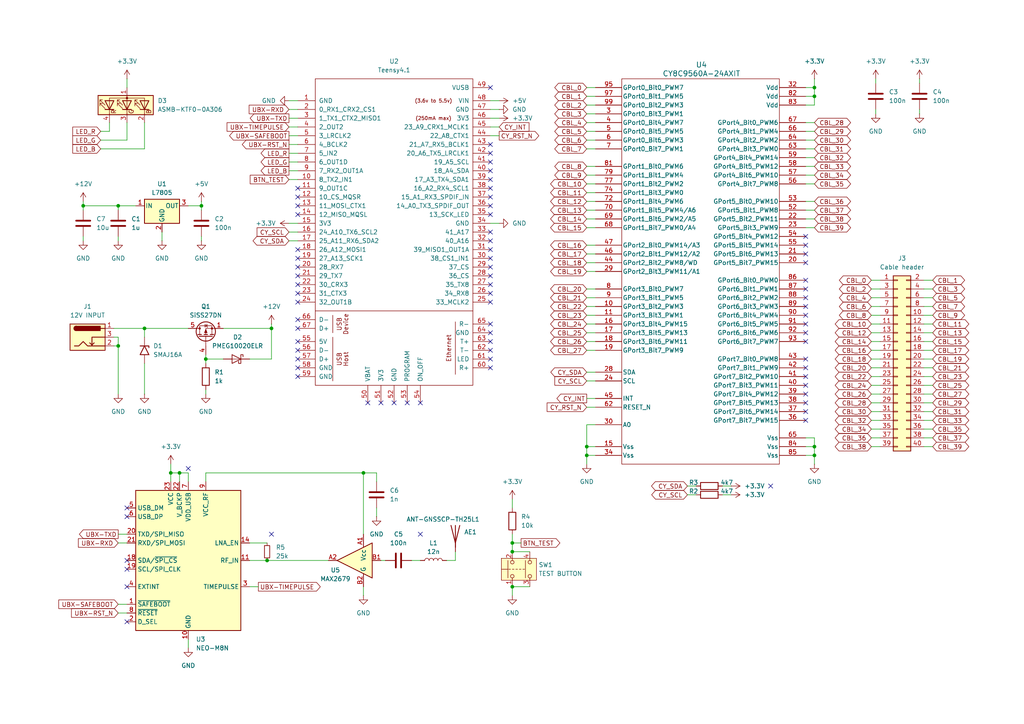
<source format=kicad_sch>
(kicad_sch (version 20231120) (generator "eeschema") (generator_version "8.0")
  (paper "A4")
  (title_block (title "Hardware Hiring Challenge") (date "2024-05-23") (rev "A") (company "comma.ai"))
  (junction (at 41.91 95.25))
  (junction (at 236.22 132.08))
  (junction (at 52.07 137.16))
  (junction (at 24.13 59.69))
  (junction (at 77.47 162.56))
  (junction (at 58.42 59.69))
  (junction (at 148.59 157.48))
  (junction (at 34.29 59.69))
  (junction (at 148.59 160.02))
  (junction (at 170.18 132.08))
  (junction (at 105.41 137.16))
  (junction (at 236.22 129.54))
  (junction (at 34.29 100.33))
  (junction (at 78.74 95.25))
  (junction (at 236.22 25.4))
  (junction (at 59.69 104.14))
  (junction (at 236.22 27.94))
  (junction (at 170.18 129.54))
  (junction (at 49.53 137.16))
  (junction (at 148.59 170.18))
  (no_connect (at 86.36 57.15))
  (no_connect (at 121.92 154.94))
  (no_connect (at 142.24 104.14))
  (no_connect (at 121.92 116.84))
  (no_connect (at 142.24 41.91))
  (no_connect (at 142.24 96.52))
  (no_connect (at 36.83 162.56))
  (no_connect (at 106.68 116.84))
  (no_connect (at 78.74 154.94))
  (no_connect (at 223.52 140.97))
  (no_connect (at 86.36 99.06))
  (no_connect (at 233.68 71.12))
  (no_connect (at 233.68 73.66))
  (no_connect (at 86.36 85.09))
  (no_connect (at 36.83 149.86))
  (no_connect (at 233.68 114.3))
  (no_connect (at 114.3 116.84))
  (no_connect (at 54.61 135.89))
  (no_connect (at 86.36 106.68))
  (no_connect (at 142.24 67.31))
  (no_connect (at 142.24 49.53))
  (no_connect (at 86.36 82.55))
  (no_connect (at 142.24 62.23))
  (no_connect (at 233.68 119.38))
  (no_connect (at 86.36 80.01))
  (no_connect (at 86.36 59.69))
  (no_connect (at 233.68 121.92))
  (no_connect (at 142.24 87.63))
  (no_connect (at 110.49 116.84))
  (no_connect (at 233.68 91.44))
  (no_connect (at 36.83 180.34))
  (no_connect (at 233.68 86.36))
  (no_connect (at 233.68 104.14))
  (no_connect (at 233.68 93.98))
  (no_connect (at 233.68 96.52))
  (no_connect (at 86.36 92.71))
  (no_connect (at 233.68 111.76))
  (no_connect (at 86.36 87.63))
  (no_connect (at 36.83 165.1))
  (no_connect (at 86.36 104.14))
  (no_connect (at 142.24 82.55))
  (no_connect (at 36.83 147.32))
  (no_connect (at 142.24 54.61))
  (no_connect (at 142.24 69.85))
  (no_connect (at 233.68 68.58))
  (no_connect (at 142.24 85.09))
  (no_connect (at 86.36 54.61))
  (no_connect (at 142.24 59.69))
  (no_connect (at 36.83 170.18))
  (no_connect (at 233.68 81.28))
  (no_connect (at 86.36 72.39))
  (no_connect (at 233.68 76.2))
  (no_connect (at 142.24 46.99))
  (no_connect (at 233.68 106.68))
  (no_connect (at 142.24 25.4))
  (no_connect (at 233.68 88.9))
  (no_connect (at 86.36 74.93))
  (no_connect (at 86.36 101.6))
  (no_connect (at 142.24 101.6))
  (no_connect (at 142.24 74.93))
  (no_connect (at 233.68 99.06))
  (no_connect (at 142.24 72.39))
  (no_connect (at 86.36 109.22))
  (no_connect (at 142.24 80.01))
  (no_connect (at 142.24 99.06))
  (no_connect (at 233.68 109.22))
  (no_connect (at 86.36 95.25))
  (no_connect (at 233.68 83.82))
  (no_connect (at 86.36 62.23))
  (no_connect (at 142.24 52.07))
  (no_connect (at 142.24 77.47))
  (no_connect (at 142.24 93.98))
  (no_connect (at 86.36 77.47))
  (no_connect (at 142.24 57.15))
  (no_connect (at 118.11 116.84))
  (no_connect (at 142.24 44.45))
  (no_connect (at 142.24 106.68))
  (no_connect (at 233.68 116.84))
  (wire (pts (xy 236.22 35.56) (xy 233.68 35.56)))
  (wire (pts (xy 105.41 154.94) (xy 105.41 137.16)))
  (wire (pts (xy 233.68 25.4) (xy 236.22 25.4)))
  (wire (pts (xy 24.13 59.69) (xy 24.13 60.96)))
  (wire (pts (xy 83.82 41.91) (xy 86.36 41.91)))
  (wire (pts (xy 236.22 58.42) (xy 233.68 58.42)))
  (wire (pts (xy 33.02 95.25) (xy 41.91 95.25)))
  (wire (pts (xy 59.69 104.14) (xy 64.77 104.14)))
  (wire (pts (xy 24.13 59.69) (xy 34.29 59.69)))
  (wire (pts (xy 109.22 147.32) (xy 109.22 149.86)))
  (wire (pts (xy 270.51 119.38) (xy 267.97 119.38)))
  (wire (pts (xy 252.73 88.9) (xy 255.27 88.9)))
  (wire (pts (xy 49.53 134.62) (xy 49.53 137.16)))
  (wire (pts (xy 170.18 53.34) (xy 172.72 53.34)))
  (wire (pts (xy 34.29 68.58) (xy 34.29 69.85)))
  (wire (pts (xy 170.18 60.96) (xy 172.72 60.96)))
  (wire (pts (xy 34.29 177.8) (xy 36.83 177.8)))
  (wire (pts (xy 270.51 81.28) (xy 267.97 81.28)))
  (wire (pts (xy 170.18 91.44) (xy 172.72 91.44)))
  (wire (pts (xy 170.18 93.98) (xy 172.72 93.98)))
  (wire (pts (xy 110.49 162.56) (xy 111.76 162.56)))
  (wire (pts (xy 41.91 95.25) (xy 54.61 95.25)))
  (wire (pts (xy 172.72 123.19) (xy 170.18 123.19)))
  (wire (pts (xy 170.18 48.26) (xy 172.72 48.26)))
  (wire (pts (xy 170.18 58.42) (xy 172.72 58.42)))
  (wire (pts (xy 59.69 102.87) (xy 59.69 104.14)))
  (wire (pts (xy 170.18 30.48) (xy 172.72 30.48)))
  (wire (pts (xy 170.18 123.19) (xy 170.18 129.54)))
  (wire (pts (xy 236.22 43.18) (xy 233.68 43.18)))
  (wire (pts (xy 170.18 96.52) (xy 172.72 96.52)))
  (wire (pts (xy 233.68 129.54) (xy 236.22 129.54)))
  (wire (pts (xy 148.59 170.18) (xy 148.59 172.72)))
  (wire (pts (xy 270.51 88.9) (xy 267.97 88.9)))
  (wire (pts (xy 34.29 175.26) (xy 36.83 175.26)))
  (wire (pts (xy 142.24 34.29) (xy 144.78 34.29)))
  (wire (pts (xy 233.68 30.48) (xy 236.22 30.48)))
  (wire (pts (xy 72.39 170.18) (xy 74.93 170.18)))
  (wire (pts (xy 252.73 127) (xy 255.27 127)))
  (wire (pts (xy 170.18 78.74) (xy 172.72 78.74)))
  (wire (pts (xy 252.73 106.68) (xy 255.27 106.68)))
  (wire (pts (xy 33.02 100.33) (xy 34.29 100.33)))
  (wire (pts (xy 236.22 66.04) (xy 233.68 66.04)))
  (wire (pts (xy 199.39 140.97) (xy 201.93 140.97)))
  (wire (pts (xy 36.83 40.64) (xy 36.83 35.56)))
  (wire (pts (xy 54.61 185.42) (xy 54.61 187.96)))
  (wire (pts (xy 170.18 35.56) (xy 172.72 35.56)))
  (wire (pts (xy 49.53 139.7) (xy 49.53 137.16)))
  (wire (pts (xy 170.18 118.11) (xy 172.72 118.11)))
  (wire (pts (xy 59.69 137.16) (xy 105.41 137.16)))
  (wire (pts (xy 170.18 99.06) (xy 172.72 99.06)))
  (wire (pts (xy 236.22 129.54) (xy 236.22 132.08)))
  (wire (pts (xy 64.77 95.25) (xy 78.74 95.25)))
  (wire (pts (xy 83.82 67.31) (xy 86.36 67.31)))
  (wire (pts (xy 83.82 52.07) (xy 86.36 52.07)))
  (wire (pts (xy 270.51 127) (xy 267.97 127)))
  (wire (pts (xy 170.18 33.02) (xy 172.72 33.02)))
  (wire (pts (xy 270.51 106.68) (xy 267.97 106.68)))
  (wire (pts (xy 52.07 137.16) (xy 54.61 137.16)))
  (wire (pts (xy 29.21 43.18) (xy 41.91 43.18)))
  (wire (pts (xy 36.83 22.86) (xy 36.83 25.4)))
  (wire (pts (xy 58.42 59.69) (xy 58.42 60.96)))
  (wire (pts (xy 270.51 86.36) (xy 267.97 86.36)))
  (wire (pts (xy 252.73 124.46) (xy 255.27 124.46)))
  (wire (pts (xy 270.51 116.84) (xy 267.97 116.84)))
  (wire (pts (xy 148.59 157.48) (xy 151.13 157.48)))
  (wire (pts (xy 252.73 111.76) (xy 255.27 111.76)))
  (wire (pts (xy 72.39 157.48) (xy 77.47 157.48)))
  (wire (pts (xy 170.18 25.4) (xy 172.72 25.4)))
  (wire (pts (xy 270.51 96.52) (xy 267.97 96.52)))
  (wire (pts (xy 24.13 58.42) (xy 24.13 59.69)))
  (wire (pts (xy 59.69 104.14) (xy 59.69 105.41)))
  (wire (pts (xy 34.29 59.69) (xy 34.29 60.96)))
  (wire (pts (xy 170.18 66.04) (xy 172.72 66.04)))
  (wire (pts (xy 34.29 157.48) (xy 36.83 157.48)))
  (wire (pts (xy 236.22 132.08) (xy 236.22 134.62)))
  (wire (pts (xy 236.22 38.1) (xy 233.68 38.1)))
  (wire (pts (xy 142.24 39.37) (xy 144.78 39.37)))
  (wire (pts (xy 83.82 29.21) (xy 86.36 29.21)))
  (wire (pts (xy 170.18 83.82) (xy 172.72 83.82)))
  (wire (pts (xy 236.22 127) (xy 236.22 129.54)))
  (wire (pts (xy 252.73 104.14) (xy 255.27 104.14)))
  (wire (pts (xy 266.7 31.75) (xy 266.7 33.02)))
  (wire (pts (xy 252.73 86.36) (xy 255.27 86.36)))
  (wire (pts (xy 34.29 100.33) (xy 34.29 114.3)))
  (wire (pts (xy 41.91 105.41) (xy 41.91 114.3)))
  (wire (pts (xy 83.82 49.53) (xy 86.36 49.53)))
  (wire (pts (xy 170.18 132.08) (xy 172.72 132.08)))
  (wire (pts (xy 170.18 43.18) (xy 172.72 43.18)))
  (wire (pts (xy 59.69 137.16) (xy 59.69 139.7)))
  (wire (pts (xy 170.18 27.94) (xy 172.72 27.94)))
  (wire (pts (xy 78.74 104.14) (xy 72.39 104.14)))
  (wire (pts (xy 170.18 38.1) (xy 172.72 38.1)))
  (wire (pts (xy 236.22 48.26) (xy 233.68 48.26)))
  (wire (pts (xy 142.24 64.77) (xy 144.78 64.77)))
  (wire (pts (xy 170.18 55.88) (xy 172.72 55.88)))
  (wire (pts (xy 252.73 99.06) (xy 255.27 99.06)))
  (wire (pts (xy 252.73 96.52) (xy 255.27 96.52)))
  (wire (pts (xy 119.38 162.56) (xy 121.92 162.56)))
  (wire (pts (xy 252.73 116.84) (xy 255.27 116.84)))
  (wire (pts (xy 270.51 129.54) (xy 267.97 129.54)))
  (wire (pts (xy 132.08 160.02) (xy 132.08 162.56)))
  (wire (pts (xy 236.22 60.96) (xy 233.68 60.96)))
  (wire (pts (xy 24.13 68.58) (xy 24.13 69.85)))
  (wire (pts (xy 83.82 34.29) (xy 86.36 34.29)))
  (wire (pts (xy 54.61 137.16) (xy 54.61 139.7)))
  (wire (pts (xy 109.22 137.16) (xy 105.41 137.16)))
  (wire (pts (xy 236.22 30.48) (xy 236.22 27.94)))
  (wire (pts (xy 270.51 93.98) (xy 267.97 93.98)))
  (wire (pts (xy 78.74 93.98) (xy 78.74 95.25)))
  (wire (pts (xy 170.18 40.64) (xy 172.72 40.64)))
  (wire (pts (xy 170.18 76.2) (xy 172.72 76.2)))
  (wire (pts (xy 46.99 67.31) (xy 46.99 69.85)))
  (wire (pts (xy 170.18 101.6) (xy 172.72 101.6)))
  (wire (pts (xy 236.22 63.5) (xy 233.68 63.5)))
  (wire (pts (xy 77.47 162.56) (xy 95.25 162.56)))
  (wire (pts (xy 252.73 121.92) (xy 255.27 121.92)))
  (wire (pts (xy 54.61 59.69) (xy 58.42 59.69)))
  (wire (pts (xy 170.18 129.54) (xy 170.18 132.08)))
  (wire (pts (xy 252.73 129.54) (xy 255.27 129.54)))
  (wire (pts (xy 52.07 137.16) (xy 52.07 139.7)))
  (wire (pts (xy 236.22 45.72) (xy 233.68 45.72)))
  (wire (pts (xy 170.18 71.12) (xy 172.72 71.12)))
  (wire (pts (xy 33.02 97.79) (xy 34.29 97.79)))
  (wire (pts (xy 29.21 40.64) (xy 36.83 40.64)))
  (wire (pts (xy 148.59 160.02) (xy 153.67 160.02)))
  (wire (pts (xy 31.75 35.56) (xy 31.75 38.1)))
  (wire (pts (xy 252.73 83.82) (xy 255.27 83.82)))
  (wire (pts (xy 34.29 97.79) (xy 34.29 100.33)))
  (wire (pts (xy 83.82 31.75) (xy 86.36 31.75)))
  (wire (pts (xy 252.73 101.6) (xy 255.27 101.6)))
  (wire (pts (xy 236.22 27.94) (xy 236.22 25.4)))
  (wire (pts (xy 142.24 29.21) (xy 144.78 29.21)))
  (wire (pts (xy 29.21 38.1) (xy 31.75 38.1)))
  (wire (pts (xy 233.68 27.94) (xy 236.22 27.94)))
  (wire (pts (xy 170.18 50.8) (xy 172.72 50.8)))
  (wire (pts (xy 270.51 124.46) (xy 267.97 124.46)))
  (wire (pts (xy 252.73 93.98) (xy 255.27 93.98)))
  (wire (pts (xy 270.51 99.06) (xy 267.97 99.06)))
  (wire (pts (xy 233.68 127) (xy 236.22 127)))
  (wire (pts (xy 236.22 50.8) (xy 233.68 50.8)))
  (wire (pts (xy 270.51 121.92) (xy 267.97 121.92)))
  (wire (pts (xy 270.51 104.14) (xy 267.97 104.14)))
  (wire (pts (xy 254 22.86) (xy 254 24.13)))
  (wire (pts (xy 266.7 22.86) (xy 266.7 24.13)))
  (wire (pts (xy 170.18 110.49) (xy 172.72 110.49)))
  (wire (pts (xy 212.09 140.97) (xy 209.55 140.97)))
  (wire (pts (xy 41.91 43.18) (xy 41.91 35.56)))
  (wire (pts (xy 142.24 36.83) (xy 144.78 36.83)))
  (wire (pts (xy 252.73 81.28) (xy 255.27 81.28)))
  (wire (pts (xy 148.59 154.94) (xy 148.59 157.48)))
  (wire (pts (xy 34.29 154.94) (xy 36.83 154.94)))
  (wire (pts (xy 252.73 109.22) (xy 255.27 109.22)))
  (wire (pts (xy 199.39 143.51) (xy 201.93 143.51)))
  (wire (pts (xy 270.51 101.6) (xy 267.97 101.6)))
  (wire (pts (xy 34.29 59.69) (xy 39.37 59.69)))
  (wire (pts (xy 83.82 39.37) (xy 86.36 39.37)))
  (wire (pts (xy 83.82 64.77) (xy 86.36 64.77)))
  (wire (pts (xy 109.22 137.16) (xy 109.22 139.7)))
  (wire (pts (xy 233.68 132.08) (xy 236.22 132.08)))
  (wire (pts (xy 270.51 83.82) (xy 267.97 83.82)))
  (wire (pts (xy 170.18 107.95) (xy 172.72 107.95)))
  (wire (pts (xy 236.22 40.64) (xy 233.68 40.64)))
  (wire (pts (xy 252.73 91.44) (xy 255.27 91.44)))
  (wire (pts (xy 59.69 113.03) (xy 59.69 114.3)))
  (wire (pts (xy 209.55 143.51) (xy 212.09 143.51)))
  (wire (pts (xy 236.22 53.34) (xy 233.68 53.34)))
  (wire (pts (xy 83.82 44.45) (xy 86.36 44.45)))
  (wire (pts (xy 148.59 170.18) (xy 153.67 170.18)))
  (wire (pts (xy 83.82 69.85) (xy 86.36 69.85)))
  (wire (pts (xy 270.51 109.22) (xy 267.97 109.22)))
  (wire (pts (xy 78.74 95.25) (xy 78.74 104.14)))
  (wire (pts (xy 83.82 36.83) (xy 86.36 36.83)))
  (wire (pts (xy 148.59 144.78) (xy 148.59 147.32)))
  (wire (pts (xy 72.39 162.56) (xy 77.47 162.56)))
  (wire (pts (xy 170.18 132.08) (xy 170.18 134.62)))
  (wire (pts (xy 58.42 58.42) (xy 58.42 59.69)))
  (wire (pts (xy 254 31.75) (xy 254 33.02)))
  (wire (pts (xy 172.72 129.54) (xy 170.18 129.54)))
  (wire (pts (xy 142.24 31.75) (xy 144.78 31.75)))
  (wire (pts (xy 252.73 119.38) (xy 255.27 119.38)))
  (wire (pts (xy 170.18 86.36) (xy 172.72 86.36)))
  (wire (pts (xy 270.51 91.44) (xy 267.97 91.44)))
  (wire (pts (xy 83.82 46.99) (xy 86.36 46.99)))
  (wire (pts (xy 170.18 115.57) (xy 172.72 115.57)))
  (wire (pts (xy 270.51 111.76) (xy 267.97 111.76)))
  (wire (pts (xy 49.53 137.16) (xy 52.07 137.16)))
  (wire (pts (xy 105.41 170.18) (xy 105.41 172.72)))
  (wire (pts (xy 170.18 73.66) (xy 172.72 73.66)))
  (wire (pts (xy 170.18 88.9) (xy 172.72 88.9)))
  (wire (pts (xy 170.18 63.5) (xy 172.72 63.5)))
  (wire (pts (xy 236.22 25.4) (xy 236.22 22.86)))
  (wire (pts (xy 270.51 114.3) (xy 267.97 114.3)))
  (wire (pts (xy 148.59 157.48) (xy 148.59 160.02)))
  (wire (pts (xy 252.73 114.3) (xy 255.27 114.3)))
  (wire (pts (xy 132.08 162.56) (xy 129.54 162.56)))
  (wire (pts (xy 58.42 68.58) (xy 58.42 69.85)))
  (wire (pts (xy 41.91 97.79) (xy 41.91 95.25)))
  (global_label "CBL_20" (shape bidirectional) (at 252.73 106.68 180) (property "Intersheetrefs" "${INTERSHEET_REFS}" (effects (hide yes))))
  (global_label "CBL_30" (shape bidirectional) (at 236.22 40.64 0) (property "Intersheetrefs" "${INTERSHEET_REFS}" (effects (hide yes))))
  (global_label "CBL_16" (shape bidirectional) (at 170.18 71.12 180) (property "Intersheetrefs" "${INTERSHEET_REFS}" (effects (hide yes))))
  (global_label "CBL_13" (shape bidirectional) (at 270.51 96.52 0) (property "Intersheetrefs" "${INTERSHEET_REFS}" (effects (hide yes))))
  (global_label "CBL_9" (shape bidirectional) (at 270.51 91.44 0) (property "Intersheetrefs" "${INTERSHEET_REFS}" (effects (hide yes))))
  (global_label "CBL_10" (shape bidirectional) (at 252.73 93.98 180) (property "Intersheetrefs" "${INTERSHEET_REFS}" (effects (hide yes))))
  (global_label "CBL_4" (shape bidirectional) (at 170.18 35.56 180) (property "Intersheetrefs" "${INTERSHEET_REFS}" (effects (hide yes))))
  (global_label "LED_R" (shape output) (at 83.82 44.45 180) (property "Intersheetrefs" "${INTERSHEET_REFS}" (effects (hide yes))))
  (global_label "CY_SCL" (shape input) (at 83.82 67.31 180) (property "Intersheetrefs" "${INTERSHEET_REFS}" (effects (hide yes))))
  (global_label "CBL_36" (shape bidirectional) (at 236.22 58.42 0) (property "Intersheetrefs" "${INTERSHEET_REFS}" (effects (hide yes))))
  (global_label "LED_B" (shape output) (at 83.82 49.53 180) (property "Intersheetrefs" "${INTERSHEET_REFS}" (effects (hide yes))))
  (global_label "CBL_36" (shape bidirectional) (at 252.73 127 180) (property "Intersheetrefs" "${INTERSHEET_REFS}" (effects (hide yes))))
  (global_label "UBX-SAFEBOOT" (shape output) (at 83.82 39.37 180) (property "Intersheetrefs" "${INTERSHEET_REFS}" (effects (hide yes))))
  (global_label "CBL_30" (shape bidirectional) (at 252.73 119.38 180) (property "Intersheetrefs" "${INTERSHEET_REFS}" (effects (hide yes))))
  (global_label "CBL_29" (shape bidirectional) (at 236.22 38.1 0) (property "Intersheetrefs" "${INTERSHEET_REFS}" (effects (hide yes))))
  (global_label "CBL_6" (shape bidirectional) (at 252.73 88.9 180) (property "Intersheetrefs" "${INTERSHEET_REFS}" (effects (hide yes))))
  (global_label "CBL_23" (shape bidirectional) (at 270.51 109.22 0) (property "Intersheetrefs" "${INTERSHEET_REFS}" (effects (hide yes))))
  (global_label "CBL_10" (shape bidirectional) (at 170.18 53.34 180) (property "Intersheetrefs" "${INTERSHEET_REFS}" (effects (hide yes))))
  (global_label "CBL_26" (shape bidirectional) (at 170.18 99.06 180) (property "Intersheetrefs" "${INTERSHEET_REFS}" (effects (hide yes))))
  (global_label "UBX-RXD" (shape input) (at 34.29 157.48 180) (property "Intersheetrefs" "${INTERSHEET_REFS}" (effects (hide yes))))
  (global_label "LED_B" (shape input) (at 29.21 43.18 180) (property "Intersheetrefs" "${INTERSHEET_REFS}" (effects (hide yes))))
  (global_label "CBL_17" (shape bidirectional) (at 170.18 73.66 180) (property "Intersheetrefs" "${INTERSHEET_REFS}" (effects (hide yes))))
  (global_label "CBL_2" (shape bidirectional) (at 252.73 83.82 180) (property "Intersheetrefs" "${INTERSHEET_REFS}" (effects (hide yes))))
  (global_label "CBL_14" (shape bidirectional) (at 170.18 63.5 180) (property "Intersheetrefs" "${INTERSHEET_REFS}" (effects (hide yes))))
  (global_label "CBL_39" (shape bidirectional) (at 270.51 129.54 0) (property "Intersheetrefs" "${INTERSHEET_REFS}" (effects (hide yes))))
  (global_label "CBL_8" (shape bidirectional) (at 252.73 91.44 180) (property "Intersheetrefs" "${INTERSHEET_REFS}" (effects (hide yes))))
  (global_label "CBL_4" (shape bidirectional) (at 252.73 86.36 180) (property "Intersheetrefs" "${INTERSHEET_REFS}" (effects (hide yes))))
  (global_label "CBL_21" (shape bidirectional) (at 270.51 106.68 0) (property "Intersheetrefs" "${INTERSHEET_REFS}" (effects (hide yes))))
  (global_label "LED_G" (shape output) (at 83.82 46.99 180) (property "Intersheetrefs" "${INTERSHEET_REFS}" (effects (hide yes))))
  (global_label "CBL_16" (shape bidirectional) (at 252.73 101.6 180) (property "Intersheetrefs" "${INTERSHEET_REFS}" (effects (hide yes))))
  (global_label "CBL_7" (shape bidirectional) (at 170.18 43.18 180) (property "Intersheetrefs" "${INTERSHEET_REFS}" (effects (hide yes))))
  (global_label "UBX-TIMEPULSE" (shape input) (at 83.82 36.83 180) (property "Intersheetrefs" "${INTERSHEET_REFS}" (effects (hide yes))))
  (global_label "CBL_3" (shape bidirectional) (at 270.51 83.82 0) (property "Intersheetrefs" "${INTERSHEET_REFS}" (effects (hide yes))))
  (global_label "CBL_31" (shape bidirectional) (at 270.51 119.38 0) (property "Intersheetrefs" "${INTERSHEET_REFS}" (effects (hide yes))))
  (global_label "CBL_31" (shape bidirectional) (at 236.22 43.18 0) (property "Intersheetrefs" "${INTERSHEET_REFS}" (effects (hide yes))))
  (global_label "CBL_18" (shape bidirectional) (at 252.73 104.14 180) (property "Intersheetrefs" "${INTERSHEET_REFS}" (effects (hide yes))))
  (global_label "CBL_24" (shape bidirectional) (at 252.73 111.76 180) (property "Intersheetrefs" "${INTERSHEET_REFS}" (effects (hide yes))))
  (global_label "UBX-TXD" (shape output) (at 83.82 34.29 180) (property "Intersheetrefs" "${INTERSHEET_REFS}" (effects (hide yes))))
  (global_label "CBL_7" (shape bidirectional) (at 270.51 88.9 0) (property "Intersheetrefs" "${INTERSHEET_REFS}" (effects (hide yes))))
  (global_label "CBL_37" (shape bidirectional) (at 270.51 127 0) (property "Intersheetrefs" "${INTERSHEET_REFS}" (effects (hide yes))))
  (global_label "CBL_12" (shape bidirectional) (at 170.18 58.42 180) (property "Intersheetrefs" "${INTERSHEET_REFS}" (effects (hide yes))))
  (global_label "CBL_18" (shape bidirectional) (at 170.18 76.2 180) (property "Intersheetrefs" "${INTERSHEET_REFS}" (effects (hide yes))))
  (global_label "CBL_33" (shape bidirectional) (at 270.51 121.92 0) (property "Intersheetrefs" "${INTERSHEET_REFS}" (effects (hide yes))))
  (global_label "CBL_25" (shape bidirectional) (at 170.18 96.52 180) (property "Intersheetrefs" "${INTERSHEET_REFS}" (effects (hide yes))))
  (global_label "CY_INT" (shape output) (at 170.18 115.57 180) (property "Intersheetrefs" "${INTERSHEET_REFS}" (effects (hide yes))))
  (global_label "CBL_9" (shape bidirectional) (at 170.18 50.8 180) (property "Intersheetrefs" "${INTERSHEET_REFS}" (effects (hide yes))))
  (global_label "CBL_38" (shape bidirectional) (at 252.73 129.54 180) (property "Intersheetrefs" "${INTERSHEET_REFS}" (effects (hide yes))))
  (global_label "CBL_27" (shape bidirectional) (at 170.18 101.6 180) (property "Intersheetrefs" "${INTERSHEET_REFS}" (effects (hide yes))))
  (global_label "CBL_22" (shape bidirectional) (at 170.18 88.9 180) (property "Intersheetrefs" "${INTERSHEET_REFS}" (effects (hide yes))))
  (global_label "CBL_5" (shape bidirectional) (at 270.51 86.36 0) (property "Intersheetrefs" "${INTERSHEET_REFS}" (effects (hide yes))))
  (global_label "CBL_37" (shape bidirectional) (at 236.22 60.96 0) (property "Intersheetrefs" "${INTERSHEET_REFS}" (effects (hide yes))))
  (global_label "LED_R" (shape input) (at 29.21 38.1 180) (property "Intersheetrefs" "${INTERSHEET_REFS}" (effects (hide yes))))
  (global_label "CBL_12" (shape bidirectional) (at 252.73 96.52 180) (property "Intersheetrefs" "${INTERSHEET_REFS}" (effects (hide yes))))
  (global_label "UBX-TXD" (shape output) (at 34.29 154.94 180) (property "Intersheetrefs" "${INTERSHEET_REFS}" (effects (hide yes))))
  (global_label "CBL_26" (shape bidirectional) (at 252.73 114.3 180) (property "Intersheetrefs" "${INTERSHEET_REFS}" (effects (hide yes))))
  (global_label "CBL_0" (shape bidirectional) (at 252.73 81.28 180) (property "Intersheetrefs" "${INTERSHEET_REFS}" (effects (hide yes))))
  (global_label "CBL_20" (shape bidirectional) (at 170.18 83.82 180) (property "Intersheetrefs" "${INTERSHEET_REFS}" (effects (hide yes))))
  (global_label "CBL_29" (shape bidirectional) (at 270.51 116.84 0) (property "Intersheetrefs" "${INTERSHEET_REFS}" (effects (hide yes))))
  (global_label "CBL_32" (shape bidirectional) (at 252.73 121.92 180) (property "Intersheetrefs" "${INTERSHEET_REFS}" (effects (hide yes))))
  (global_label "CBL_23" (shape bidirectional) (at 170.18 91.44 180) (property "Intersheetrefs" "${INTERSHEET_REFS}" (effects (hide yes))))
  (global_label "BTN_TEST" (shape input) (at 83.82 52.07 180) (property "Intersheetrefs" "${INTERSHEET_REFS}" (effects (hide yes))))
  (global_label "CBL_15" (shape bidirectional) (at 170.18 66.04 180) (property "Intersheetrefs" "${INTERSHEET_REFS}" (effects (hide yes))))
  (global_label "CBL_8" (shape bidirectional) (at 170.18 48.26 180) (property "Intersheetrefs" "${INTERSHEET_REFS}" (effects (hide yes))))
  (global_label "CBL_5" (shape bidirectional) (at 170.18 38.1 180) (property "Intersheetrefs" "${INTERSHEET_REFS}" (effects (hide yes))))
  (global_label "CY_SDA" (shape bidirectional) (at 83.82 69.85 180) (property "Intersheetrefs" "${INTERSHEET_REFS}" (effects (hide yes))))
  (global_label "UBX-RST_N" (shape input) (at 34.29 177.8 180) (property "Intersheetrefs" "${INTERSHEET_REFS}" (effects (hide yes))))
  (global_label "CBL_39" (shape bidirectional) (at 236.22 66.04 0) (property "Intersheetrefs" "${INTERSHEET_REFS}" (effects (hide yes))))
  (global_label "CBL_28" (shape bidirectional) (at 236.22 35.56 0) (property "Intersheetrefs" "${INTERSHEET_REFS}" (effects (hide yes))))
  (global_label "CY_RST_N" (shape input) (at 170.18 118.11 180) (property "Intersheetrefs" "${INTERSHEET_REFS}" (effects (hide yes))))
  (global_label "CBL_33" (shape bidirectional) (at 236.22 48.26 0) (property "Intersheetrefs" "${INTERSHEET_REFS}" (effects (hide yes))))
  (global_label "CBL_35" (shape bidirectional) (at 236.22 53.34 0) (property "Intersheetrefs" "${INTERSHEET_REFS}" (effects (hide yes))))
  (global_label "CY_SDA" (shape bidirectional) (at 170.18 107.95 180) (property "Intersheetrefs" "${INTERSHEET_REFS}" (effects (hide yes))))
  (global_label "CBL_19" (shape bidirectional) (at 170.18 78.74 180) (property "Intersheetrefs" "${INTERSHEET_REFS}" (effects (hide yes))))
  (global_label "CBL_32" (shape bidirectional) (at 236.22 45.72 0) (property "Intersheetrefs" "${INTERSHEET_REFS}" (effects (hide yes))))
  (global_label "CBL_27" (shape bidirectional) (at 270.51 114.3 0) (property "Intersheetrefs" "${INTERSHEET_REFS}" (effects (hide yes))))
  (global_label "CBL_1" (shape bidirectional) (at 270.51 81.28 0) (property "Intersheetrefs" "${INTERSHEET_REFS}" (effects (hide yes))))
  (global_label "CBL_28" (shape bidirectional) (at 252.73 116.84 180) (property "Intersheetrefs" "${INTERSHEET_REFS}" (effects (hide yes))))
  (global_label "CY_RST_N" (shape output) (at 144.78 39.37 0) (property "Intersheetrefs" "${INTERSHEET_REFS}" (effects (hide yes))))
  (global_label "CBL_22" (shape bidirectional) (at 252.73 109.22 180) (property "Intersheetrefs" "${INTERSHEET_REFS}" (effects (hide yes))))
  (global_label "CBL_24" (shape bidirectional) (at 170.18 93.98 180) (property "Intersheetrefs" "${INTERSHEET_REFS}" (effects (hide yes))))
  (global_label "CBL_34" (shape bidirectional) (at 252.73 124.46 180) (property "Intersheetrefs" "${INTERSHEET_REFS}" (effects (hide yes))))
  (global_label "CY_SCL" (shape input) (at 170.18 110.49 180) (property "Intersheetrefs" "${INTERSHEET_REFS}" (effects (hide yes))))
  (global_label "CBL_14" (shape bidirectional) (at 252.73 99.06 180) (property "Intersheetrefs" "${INTERSHEET_REFS}" (effects (hide yes))))
  (global_label "CBL_1" (shape bidirectional) (at 170.18 27.94 180) (property "Intersheetrefs" "${INTERSHEET_REFS}" (effects (hide yes))))
  (global_label "CBL_15" (shape bidirectional) (at 270.51 99.06 0) (property "Intersheetrefs" "${INTERSHEET_REFS}" (effects (hide yes))))
  (global_label "CBL_17" (shape bidirectional) (at 270.51 101.6 0) (property "Intersheetrefs" "${INTERSHEET_REFS}" (effects (hide yes))))
  (global_label "CBL_25" (shape bidirectional) (at 270.51 111.76 0) (property "Intersheetrefs" "${INTERSHEET_REFS}" (effects (hide yes))))
  (global_label "UBX-TIMEPULSE" (shape output) (at 74.93 170.18 0) (property "Intersheetrefs" "${INTERSHEET_REFS}" (effects (hide yes))))
  (global_label "CBL_2" (shape bidirectional) (at 170.18 30.48 180) (property "Intersheetrefs" "${INTERSHEET_REFS}" (effects (hide yes))))
  (global_label "CBL_38" (shape bidirectional) (at 236.22 63.5 0) (property "Intersheetrefs" "${INTERSHEET_REFS}" (effects (hide yes))))
  (global_label "CBL_11" (shape bidirectional) (at 270.51 93.98 0) (property "Intersheetrefs" "${INTERSHEET_REFS}" (effects (hide yes))))
  (global_label "UBX-RXD" (shape input) (at 83.82 31.75 180) (property "Intersheetrefs" "${INTERSHEET_REFS}" (effects (hide yes))))
  (global_label "CBL_19" (shape bidirectional) (at 270.51 104.14 0) (property "Intersheetrefs" "${INTERSHEET_REFS}" (effects (hide yes))))
  (global_label "CBL_3" (shape bidirectional) (at 170.18 33.02 180) (property "Intersheetrefs" "${INTERSHEET_REFS}" (effects (hide yes))))
  (global_label "CY_SCL" (shape bidirectional) (at 199.39 143.51 180) (property "Intersheetrefs" "${INTERSHEET_REFS}" (effects (hide yes))))
  (global_label "CY_INT" (shape input) (at 144.78 36.83 0) (property "Intersheetrefs" "${INTERSHEET_REFS}" (effects (hide yes))))
  (global_label "BTN_TEST" (shape output) (at 151.13 157.48 0) (property "Intersheetrefs" "${INTERSHEET_REFS}" (effects (hide yes))))
  (global_label "CBL_6" (shape bidirectional) (at 170.18 40.64 180) (property "Intersheetrefs" "${INTERSHEET_REFS}" (effects (hide yes))))
  (global_label "CBL_34" (shape bidirectional) (at 236.22 50.8 0) (property "Intersheetrefs" "${INTERSHEET_REFS}" (effects (hide yes))))
  (global_label "CBL_35" (shape bidirectional) (at 270.51 124.46 0) (property "Intersheetrefs" "${INTERSHEET_REFS}" (effects (hide yes))))
  (global_label "UBX-RST_N" (shape output) (at 83.82 41.91 180) (property "Intersheetrefs" "${INTERSHEET_REFS}" (effects (hide yes))))
  (global_label "LED_G" (shape input) (at 29.21 40.64 180) (property "Intersheetrefs" "${INTERSHEET_REFS}" (effects (hide yes))))
  (global_label "CBL_11" (shape bidirectional) (at 170.18 55.88 180) (property "Intersheetrefs" "${INTERSHEET_REFS}" (effects (hide yes))))
  (global_label "CBL_21" (shape bidirectional) (at 170.18 86.36 180) (property "Intersheetrefs" "${INTERSHEET_REFS}" (effects (hide yes))))
  (global_label "CBL_0" (shape bidirectional) (at 170.18 25.4 180) (property "Intersheetrefs" "${INTERSHEET_REFS}" (effects (hide yes))))
  (global_label "CBL_13" (shape bidirectional) (at 170.18 60.96 180) (property "Intersheetrefs" "${INTERSHEET_REFS}" (effects (hide yes))))
  (global_label "UBX-SAFEBOOT" (shape input) (at 34.29 175.26 180) (property "Intersheetrefs" "${INTERSHEET_REFS}" (effects (hide yes))))
  (global_label "CY_SDA" (shape bidirectional) (at 199.39 140.97 180) (property "Intersheetrefs" "${INTERSHEET_REFS}" (effects (hide yes))))
  (symbol (lib_id "power:+3.3V") (at 212.09 143.51 270) (unit 1)
    (property "Reference" "#PWR012" (effects (hide yes)))
    (property "Value" "+3.3V" (at 215.9 143.5099 90) (effects (justify left)))
    (property "Description" "Power symbol creates a global label with name \"+3.3V\"" (effects (hide yes)))
  )
  (symbol (lib_id "RF_GPS:NEO-M8N") (at 54.61 162.56 0) (unit 1)
    (property "Reference" "U3" (at 56.8041 185.42 0) (effects (justify left)))
    (property "Value" "NEO-M8N" (at 56.8041 187.96 0) (effects (justify left)))
    (property "Footprint" "RF_GPS:ublox_NEO" (effects (hide yes)))
    (property "Datasheet" "https://content.u-blox.com/sites/default/files/NEO-M8-FW3_DataSheet_UBX-15031086.pdf" (effects (hide yes)))
    (property "Description" "GNSS Module NEO M8, VCC 2.7V to 3.6V" (effects (hide yes)))
  )
  (symbol (lib_id "Device:C") (at 115.57 162.56 90) (mirror x) (unit 1)
    (property "Reference" "C5" (at 115.57 154.94 90))
    (property "Value" "100n" (at 115.57 157.48 90))
    (property "Footprint" "Capacitor_SMD:C_0402_1005Metric" (effects (hide yes)))
    (property "Description" "Unpolarized capacitor" (effects (hide yes)))
  )
  (symbol (lib_id "power:GND") (at 34.29 114.3 0) (unit 1)
    (property "Reference" "#PWR01" (effects (hide yes)))
    (property "Value" "GND" (at 34.29 119.38 0))
    (property "Description" "Power symbol creates a global label with name \"GND\" , ground" (effects (hide yes)))
  )
  (symbol (lib_id "Device:R") (at 59.69 109.22 0) (unit 1)
    (property "Reference" "R1" (at 62.23 107.9499 0) (effects (justify left)))
    (property "Value" "1k" (at 62.23 110.4899 0) (effects (justify left)))
    (property "Footprint" "Resistor_SMD:R_0402_1005Metric" (effects (hide yes)))
    (property "Description" "Resistor" (effects (hide yes)))
  )
  (symbol (lib_id "Device:R") (at 205.74 143.51 270) (unit 1)
    (property "Reference" "R2" (at 201.168 142.494 90))
    (property "Value" "4k7" (at 210.82 142.494 90))
    (property "Footprint" "Resistor_SMD:R_0402_1005Metric" (effects (hide yes)))
    (property "Description" "Resistor" (effects (hide yes)))
  )
  (symbol (lib_id "Device:C") (at 109.22 143.51 0) (unit 1)
    (property "Reference" "C6" (at 113.03 142.2399 0) (effects (justify left)))
    (property "Value" "1n" (at 113.03 144.7799 0) (effects (justify left)))
    (property "Footprint" "Capacitor_SMD:C_0402_1005Metric" (effects (hide yes)))
    (property "Description" "Unpolarized capacitor" (effects (hide yes)))
  )
  (symbol (lib_id "teensy:Teensy4.1") (at 114.3 83.82 0) (unit 1)
    (property "Reference" "U2" (at 114.3 17.78 0))
    (property "Value" "Teensy4.1" (at 114.3 20.32 0))
    (property "Footprint" "teensy:Teensy41" (effects (hide yes)))
  )
  (symbol (lib_id "power:GND") (at 266.7 33.02 0) (unit 1)
    (property "Reference" "#PWR026" (effects (hide yes)))
    (property "Value" "GND" (at 266.7 38.1 0))
    (property "Description" "Power symbol creates a global label with name \"GND\" , ground" (effects (hide yes)))
  )
  (symbol (lib_id "power:GND") (at 144.78 31.75 90) (unit 1)
    (property "Reference" "#PWR015" (effects (hide yes)))
    (property "Value" "GND" (at 148.59 31.7499 90) (effects (justify right)))
    (property "Description" "Power symbol creates a global label with name \"GND\" , ground" (effects (hide yes)))
  )
  (symbol (lib_id "Connector_Generic:Conn_02x20_Odd_Even") (at 260.35 104.14 0) (unit 1)
    (property "Reference" "J3" (at 261.62 74.93 0))
    (property "Value" "Cable header" (at 261.62 77.47 0))
    (property "Footprint" "Connector_PinHeader_2.54mm:PinHeader_2x20_P2.54mm_Horizontal" (effects (hide yes)))
    (property "Description" "Generic connector, double row, 02x20, odd/even pin numbering scheme (row 1 odd numbers, row 2 even numbers), script generated (kicad-library-utils/schlib/autogen/connector/)" (effects (hide yes)))
  )
  (symbol (lib_id "power:+3.3V") (at 212.09 140.97 270) (unit 1)
    (property "Reference" "#PWR021" (effects (hide yes)))
    (property "Value" "+3.3V" (at 215.9 140.9699 90) (effects (justify left)))
    (property "Description" "Power symbol creates a global label with name \"+3.3V\"" (effects (hide yes)))
  )
  (symbol (lib_id "power:GND") (at 24.13 69.85 0) (unit 1)
    (property "Reference" "#PWR031" (effects (hide yes)))
    (property "Value" "GND" (at 24.13 74.93 0))
    (property "Description" "Power symbol creates a global label with name \"GND\" , ground" (effects (hide yes)))
  )
  (symbol (lib_id "Diode:SMAJ16A") (at 41.91 101.6 270) (unit 1)
    (property "Reference" "D1" (at 44.45 100.3299 90) (effects (justify left)))
    (property "Value" "SMAJ16A" (at 44.45 102.8699 90) (effects (justify left)))
    (property "Footprint" "Diode_SMD:D_SMA" (effects (hide yes)))
    (property "Datasheet" "https://www.littelfuse.com/media?resourcetype=datasheets&itemid=75e32973-b177-4ee3-a0ff-cedaf1abdb93&filename=smaj-datasheet" (effects (hide yes)))
    (property "Description" "400W unidirectional Transient Voltage Suppressor, 16.0Vr, SMA(DO-214AC)" (effects (hide yes)))
  )
  (symbol (lib_id "Device:LED_ABGR") (at 36.83 30.48 90) (unit 1)
    (property "Reference" "D3" (at 45.72 29.2099 90) (effects (justify right)))
    (property "Value" "ASMB-KTF0-0A306" (at 45.72 31.7499 90) (effects (justify right)))
    (property "Footprint" "LED_SMD:LED_ASMB-KTF0-0A306" (effects (hide yes)))
    (property "Description" "RGB LED, anode/blue/green/red" (effects (hide yes)))
  )
  (symbol (lib_id "RF_Amplifier:MAX2679") (at 102.87 162.56 0) (mirror y) (unit 1)
    (property "Reference" "U5" (at 97.282 165.354 0))
    (property "Value" "MAX2679" (at 97.282 167.894 0))
    (property "Footprint" "Package_BGA:WLP-4_0.83x0.83mm_P0.4mm" (effects (hide yes)))
    (property "Datasheet" "https://datasheets.maximintegrated.com/en/ds/MAX2679-MAX2679B.pdf" (effects (hide yes)))
    (property "Description" "GPS/GNSS Ultra-Low Current Low-Noise Amplifier, +19dB @ 1.57GHz, WLP-4" (effects (hide yes)))
  )
  (symbol (lib_id "power:+5V") (at 144.78 29.21 270) (unit 1)
    (property "Reference" "#PWR010" (effects (hide yes)))
    (property "Value" "+5V" (at 148.59 29.2099 90) (effects (justify left)))
    (property "Description" "Power symbol creates a global label with name \"+5V\"" (effects (hide yes)))
  )
  (symbol (lib_id "power:+3.3V") (at 236.22 22.86 0) (unit 1)
    (property "Reference" "#PWR024" (effects (hide yes)))
    (property "Value" "+3.3V" (at 236.22 17.78 0))
    (property "Description" "Power symbol creates a global label with name \"+3.3V\"" (effects (hide yes)))
  )
  (symbol (lib_id "power:+12V") (at 78.74 93.98 0) (unit 1)
    (property "Reference" "#PWR04" (effects (hide yes)))
    (property "Value" "+12V" (at 78.74 88.9 0))
    (property "Description" "Power symbol creates a global label with name \"+12V\"" (effects (hide yes)))
  )
  (symbol (lib_id "power:GND") (at 254 33.02 0) (unit 1)
    (property "Reference" "#PWR022" (effects (hide yes)))
    (property "Value" "GND" (at 254 38.1 0))
    (property "Description" "Power symbol creates a global label with name \"GND\" , ground" (effects (hide yes)))
  )
  (symbol (lib_id "Device:C") (at 58.42 64.77 0) (mirror y) (unit 1)
    (property "Reference" "C2" (at 62.23 63.4999 0) (effects (justify right)))
    (property "Value" "100n" (at 62.23 66.0399 0) (effects (justify right)))
    (property "Footprint" "Capacitor_SMD:C_0402_1005Metric" (effects (hide yes)))
    (property "Description" "Unpolarized capacitor" (effects (hide yes)))
  )
  (symbol (lib_id "power:+3.3V") (at 36.83 22.86 0) (unit 1)
    (property "Reference" "#PWR020" (effects (hide yes)))
    (property "Value" "+3.3V" (at 36.83 17.78 0))
    (property "Description" "Power symbol creates a global label with name \"+3.3V\"" (effects (hide yes)))
  )
  (symbol (lib_id "CY8C9560A:CY8C9560A-24AXIT") (at 180.34 22.86 0) (unit 1)
    (property "Reference" "U4" (at 203.454 18.796 0) (effects (font (size 1.524 1.524))))
    (property "Value" "CY8C9560A-24AXIT" (at 203.454 21.336 0) (effects (font (size 1.524 1.524))))
    (property "Footprint" "Package_QFP:TQFP-100_12x12mm_P0.4mm" (effects (hide yes)))
    (property "Datasheet" "CY8C9560A-24AXIT" (effects (hide yes)))
  )
  (symbol (lib_id "power:GND") (at 170.18 134.62 0) (unit 1)
    (property "Reference" "#PWR013" (effects (hide yes)))
    (property "Value" "GND" (at 170.18 139.7 0))
    (property "Description" "Power symbol creates a global label with name \"GND\" , ground" (effects (hide yes)))
  )
  (symbol (lib_id "power:+3.3V") (at 254 22.86 0) (unit 1)
    (property "Reference" "#PWR023" (effects (hide yes)))
    (property "Value" "+3.3V" (at 254 17.78 0))
    (property "Description" "Power symbol creates a global label with name \"+3.3V\"" (effects (hide yes)))
  )
  (symbol (lib_id "power:+3.3V") (at 144.78 34.29 270) (unit 1)
    (property "Reference" "#PWR017" (effects (hide yes)))
    (property "Value" "+3.3V" (at 148.59 34.2899 90) (effects (justify left)))
    (property "Description" "Power symbol creates a global label with name \"+3.3V\"" (effects (hide yes)))
  )
  (symbol (lib_id "power:+12V") (at 24.13 58.42 0) (unit 1)
    (property "Reference" "#PWR05" (effects (hide yes)))
    (property "Value" "+12V" (at 24.13 53.34 0))
    (property "Description" "Power symbol creates a global label with name \"+12V\"" (effects (hide yes)))
  )
  (symbol (lib_id "power:GND") (at 54.61 187.96 0) (unit 1)
    (property "Reference" "#PWR011" (effects (hide yes)))
    (property "Value" "GND" (at 54.61 193.04 0))
    (property "Description" "Power symbol creates a global label with name \"GND\" , ground" (effects (hide yes)))
  )
  (symbol (lib_id "power:GND") (at 41.91 114.3 0) (unit 1)
    (property "Reference" "#PWR02" (effects (hide yes)))
    (property "Value" "GND" (at 41.91 119.38 0))
    (property "Description" "Power symbol creates a global label with name \"GND\" , ground" (effects (hide yes)))
  )
  (symbol (lib_id "Device:C") (at 34.29 64.77 0) (mirror y) (unit 1)
    (property "Reference" "C1" (at 38.1 63.4999 0) (effects (justify right)))
    (property "Value" "1u" (at 38.1 66.0399 0) (effects (justify right)))
    (property "Footprint" "Capacitor_SMD:C_0402_1005Metric" (effects (hide yes)))
    (property "Description" "Unpolarized capacitor" (effects (hide yes)))
  )
  (symbol (lib_id "power:GND") (at 46.99 69.85 0) (unit 1)
    (property "Reference" "#PWR07" (effects (hide yes)))
    (property "Value" "GND" (at 46.99 74.93 0))
    (property "Description" "Power symbol creates a global label with name \"GND\" , ground" (effects (hide yes)))
  )
  (symbol (lib_id "power:GND") (at 83.82 29.21 270) (unit 1)
    (property "Reference" "#PWR016" (effects (hide yes)))
    (property "Value" "GND" (at 80.01 29.2099 90) (effects (justify right)))
    (property "Description" "Power symbol creates a global label with name \"GND\" , ground" (effects (hide yes)))
  )
  (symbol (lib_id "Diode:PMEG10020ELR") (at 68.58 104.14 0) (mirror y) (unit 1)
    (property "Reference" "D2" (at 68.8975 97.79 0))
    (property "Value" "PMEG10020ELR" (at 68.8975 100.33 0))
    (property "Footprint" "Diode_SMD:Nexperia_CFP3_SOD-123W" (effects (hide yes)))
    (property "Datasheet" "https://assets.nexperia.com/documents/data-sheet/PMEG10020ELR.pdf" (effects (hide yes)))
    (property "Description" "100V, 2A low leakage current MEGA Schottky barrier rectifier, SOD-123W" (effects (hide yes)))
  )
  (symbol (lib_id "power:+5V") (at 58.42 58.42 0) (unit 1)
    (property "Reference" "#PWR06" (effects (hide yes)))
    (property "Value" "+5V" (at 58.42 53.34 0))
    (property "Description" "Power symbol creates a global label with name \"+5V\"" (effects (hide yes)))
  )
  (symbol (lib_id "Switch:SW_Push_Dual") (at 151.13 165.1 90) (unit 1)
    (property "Reference" "SW1" (at 156.21 163.8299 90) (effects (justify right)))
    (property "Value" "TEST BUTTON" (at 156.21 166.3699 90) (effects (justify right)))
    (property "Footprint" "Button_Switch_SMD:SW_SPST_PTS645" (effects (hide yes)))
    (property "Description" "Push button switch, generic, symbol, four pins" (effects (hide yes)))
  )
  (symbol (lib_id "Regulator_Linear:L7805") (at 46.99 59.69 0) (unit 1)
    (property "Reference" "U1" (at 46.99 53.34 0))
    (property "Value" "L7805" (at 46.99 55.88 0))
    (property "Footprint" "Package_TO_SOT_SMD:TO-252-2" (effects (hide yes)))
    (property "Datasheet" "http://www.st.com/content/ccc/resource/technical/document/datasheet/41/4f/b3/b0/12/d4/47/88/CD00000444.pdf/files/CD00000444.pdf/jcr:content/translations/en.CD00000444.pdf" (effects (hide yes)))
    (property "Description" "Positive 1.5A 35V Linear Regulator, Fixed Output 5V, TO-220/TO-263/TO-252" (effects (hide yes)))
  )
  (symbol (lib_id "power:GND") (at 236.22 134.62 0) (unit 1)
    (property "Reference" "#PWR019" (effects (hide yes)))
    (property "Value" "GND" (at 236.22 139.7 0))
    (property "Description" "Power symbol creates a global label with name \"GND\" , ground" (effects (hide yes)))
  )
  (symbol (lib_id "power:GND") (at 105.41 172.72 0) (unit 1)
    (property "Reference" "#PWR028" (effects (hide yes)))
    (property "Value" "GND" (at 105.41 177.8 0))
    (property "Description" "Power symbol creates a global label with name \"GND\" , ground" (effects (hide yes)))
  )
  (symbol (lib_id "power:+3.3V") (at 148.59 144.78 0) (unit 1)
    (property "Reference" "#PWR033" (effects (hide yes)))
    (property "Value" "+3.3V" (at 148.59 139.7 0))
    (property "Description" "Power symbol creates a global label with name \"+3.3V\"" (effects (hide yes)))
  )
  (symbol (lib_id "power:+3.3V") (at 266.7 22.86 0) (unit 1)
    (property "Reference" "#PWR025" (effects (hide yes)))
    (property "Value" "+3.3V" (at 266.7 17.78 0))
    (property "Description" "Power symbol creates a global label with name \"+3.3V\"" (effects (hide yes)))
  )
  (symbol (lib_id "power:GND") (at 144.78 64.77 90) (unit 1)
    (property "Reference" "#PWR014" (effects (hide yes)))
    (property "Value" "GND" (at 148.59 64.7699 90) (effects (justify right)))
    (property "Description" "Power symbol creates a global label with name \"GND\" , ground" (effects (hide yes)))
  )
  (symbol (lib_id "power:+3.3V") (at 83.82 64.77 90) (unit 1)
    (property "Reference" "#PWR018" (effects (hide yes)))
    (property "Value" "+3.3V" (at 80.01 64.7699 90) (effects (justify left)))
    (property "Description" "Power symbol creates a global label with name \"+3.3V\"" (effects (hide yes)))
  )
  (symbol (lib_id "Transistor_FET:SiSS27DN") (at 59.69 97.79 90) (unit 1)
    (property "Reference" "Q1" (at 59.69 88.9 90))
    (property "Value" "SiSS27DN" (at 59.69 91.44 90))
    (property "Footprint" "Package_SO:Vishay_PowerPAK_1212-8_Single" (effects (hide yes)))
    (property "Datasheet" "http://www.vishay.com/docs/62847/siss27dn.pdf" (effects (hide yes)))
    (property "Description" "-50A Id, -30V Vds, P-Channel MOSFET, PowerPAK 1212-8 Single" (effects (hide yes)))
  )
  (symbol (lib_id "power:GND") (at 148.59 172.72 0) (unit 1)
    (property "Reference" "#PWR032" (effects (hide yes)))
    (property "Value" "GND" (at 148.59 177.8 0))
    (property "Description" "Power symbol creates a global label with name \"GND\" , ground" (effects (hide yes)))
  )
  (symbol (lib_id "power:GND") (at 109.22 149.86 0) (unit 1)
    (property "Reference" "#PWR030" (effects (hide yes)))
    (property "Value" "GND" (at 109.22 154.94 0))
    (property "Description" "Power symbol creates a global label with name \"GND\" , ground" (effects (hide yes)))
  )
  (symbol (lib_id "power:GND") (at 58.42 69.85 0) (unit 1)
    (property "Reference" "#PWR09" (effects (hide yes)))
    (property "Value" "GND" (at 58.42 74.93 0))
    (property "Description" "Power symbol creates a global label with name \"GND\" , ground" (effects (hide yes)))
  )
  (symbol (lib_id "power:+3.3V") (at 49.53 134.62 0) (unit 1)
    (property "Reference" "#PWR029" (effects (hide yes)))
    (property "Value" "+3.3V" (at 49.53 129.54 0))
    (property "Description" "Power symbol creates a global label with name \"+3.3V\"" (effects (hide yes)))
  )
  (symbol (lib_id "power:GND") (at 59.69 114.3 0) (unit 1)
    (property "Reference" "#PWR03" (effects (hide yes)))
    (property "Value" "GND" (at 59.69 119.38 0))
    (property "Description" "Power symbol creates a global label with name \"GND\" , ground" (effects (hide yes)))
  )
  (symbol (lib_id "Device:Antenna") (at 132.08 154.94 0) (mirror y) (unit 1)
    (property "Reference" "AE1" (at 134.62 154.3049 0) (effects (justify right)))
    (property "Value" "ANT-GNSSCP-TH25L1" (at 117.856 150.622 0) (effects (justify right)))
    (property "Footprint" "gnss:ANT-GNSSCP-TH25L1" (effects (hide yes)))
    (property "Description" "Antenna" (effects (hide yes)))
  )
  (symbol (lib_id "power:GND") (at 34.29 69.85 0) (unit 1)
    (property "Reference" "#PWR08" (effects (hide yes)))
    (property "Value" "GND" (at 34.29 74.93 0))
    (property "Description" "Power symbol creates a global label with name \"GND\" , ground" (effects (hide yes)))
  )
  (symbol (lib_id "Device:C") (at 24.13 64.77 0) (mirror y) (unit 1)
    (property "Reference" "C7" (at 27.94 63.4999 0) (effects (justify right)))
    (property "Value" "10u" (at 27.94 66.0399 0) (effects (justify right)))
    (property "Footprint" "Capacitor_SMD:C_0402_1005Metric" (effects (hide yes)))
    (property "Description" "Unpolarized capacitor" (effects (hide yes)))
  )
  (symbol (lib_id "Device:R_Small") (at 77.47 160.02 0) (unit 1)
    (property "Reference" "R5" (at 80.01 158.7499 0) (effects (justify left)))
    (property "Value" "25k" (at 80.01 161.2899 0) (effects (justify left)))
    (property "Description" "Resistor, small symbol" (effects (hide yes)))
  )
  (symbol (lib_id "Device:R") (at 148.59 151.13 0) (unit 1)
    (property "Reference" "R4" (at 151.13 149.8599 0) (effects (justify left)))
    (property "Value" "10k" (at 151.13 152.3999 0) (effects (justify left)))
    (property "Footprint" "Resistor_SMD:R_0402_1005Metric" (effects (hide yes)))
    (property "Description" "Resistor" (effects (hide yes)))
  )
  (symbol (lib_id "Device:R") (at 205.74 140.97 270) (unit 1)
    (property "Reference" "R3" (at 201.168 139.954 90))
    (property "Value" "4k7" (at 210.82 139.954 90))
    (property "Footprint" "Resistor_SMD:R_0402_1005Metric" (effects (hide yes)))
    (property "Description" "Resistor" (effects (hide yes)))
  )
  (symbol (lib_id "Device:C") (at 254 27.94 0) (mirror y) (unit 1)
    (property "Reference" "C3" (at 257.81 26.6699 0) (effects (justify right)))
    (property "Value" "100n" (at 257.81 29.2099 0) (effects (justify right)))
    (property "Footprint" "Capacitor_SMD:C_0402_1005Metric" (effects (hide yes)))
    (property "Description" "Unpolarized capacitor" (effects (hide yes)))
  )
  (symbol (lib_id "Connector:Barrel_Jack_Switch") (at 25.4 97.79 0) (unit 1)
    (property "Reference" "J1" (at 25.4 88.9 0))
    (property "Value" "12V INPUT" (at 25.4 91.44 0))
    (property "Footprint" "Connector_BarrelJack:BarrelJack_CLIFF_FC681465S_SMT_Horizontal" (effects (hide yes)))
    (property "Description" "DC Barrel Jack with an internal switch" (effects (hide yes)))
  )
  (symbol (lib_id "Device:C") (at 266.7 27.94 0) (mirror y) (unit 1)
    (property "Reference" "C4" (at 270.51 26.6699 0) (effects (justify right)))
    (property "Value" "100n" (at 270.51 29.2099 0) (effects (justify right)))
    (property "Footprint" "Capacitor_SMD:C_0402_1005Metric" (effects (hide yes)))
    (property "Description" "Unpolarized capacitor" (effects (hide yes)))
  )
  (symbol (lib_id "Device:L") (at 125.73 162.56 90) (unit 1)
    (property "Reference" "L1" (at 125.73 157.48 90))
    (property "Value" "12n" (at 125.73 160.02 90))
    (property "Footprint" "Inductor_SMD:L_0402_1005Metric" (effects (hide yes)))
    (property "Description" "Inductor" (effects (hide yes)))
  )
)
</source>
